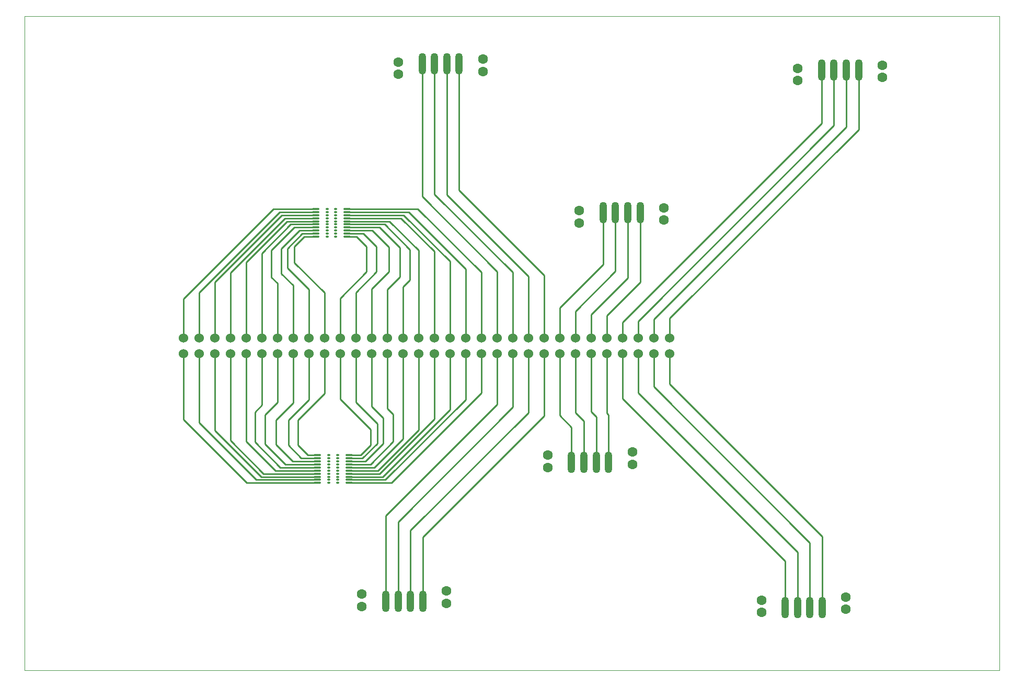
<source format=gbr>
G04 #@! TF.GenerationSoftware,KiCad,Pcbnew,(5.1.2)-2*
G04 #@! TF.CreationDate,2019-09-18T13:02:42-07:00*
G04 #@! TF.ProjectId,Cable Tester Board,4361626c-6520-4546-9573-74657220426f,rev?*
G04 #@! TF.SameCoordinates,Original*
G04 #@! TF.FileFunction,Copper,L1,Top*
G04 #@! TF.FilePolarity,Positive*
%FSLAX46Y46*%
G04 Gerber Fmt 4.6, Leading zero omitted, Abs format (unit mm)*
G04 Created by KiCad (PCBNEW (5.1.2)-2) date 2019-09-18 13:02:42*
%MOMM*%
%LPD*%
G04 APERTURE LIST*
%ADD10C,0.050000*%
%ADD11O,1.200000X0.300000*%
%ADD12O,0.600000X0.300000*%
%ADD13O,1.250000X3.500000*%
%ADD14C,1.600000*%
%ADD15C,1.524000*%
%ADD16C,0.250000*%
G04 APERTURE END LIST*
D10*
X27100000Y-29500000D02*
X27100000Y-135500000D01*
X27100000Y-135500000D02*
X185000000Y-135500000D01*
X185000000Y-29500000D02*
X185000000Y-135500000D01*
X27100000Y-29500000D02*
X185000000Y-29500000D01*
D11*
X79650000Y-105100000D03*
X79650000Y-104600000D03*
X79650000Y-104100000D03*
X79650000Y-103600000D03*
X79650000Y-103100000D03*
X79650000Y-102600000D03*
X79650000Y-102100000D03*
X79650000Y-101600000D03*
X79650000Y-101100000D03*
X79650000Y-100600000D03*
X74550000Y-105100000D03*
X74550000Y-104600000D03*
X74550000Y-104100000D03*
X74550000Y-103600000D03*
X74550000Y-103100000D03*
X74550000Y-102600000D03*
X74550000Y-102100000D03*
X74550000Y-101600000D03*
X74550000Y-101100000D03*
D12*
X77800000Y-100600000D03*
X77800000Y-101100000D03*
X77800000Y-101600000D03*
X77800000Y-102100000D03*
X77800000Y-102600000D03*
X77800000Y-103100000D03*
X77800000Y-103600000D03*
X77800000Y-104100000D03*
X77800000Y-104600000D03*
X77800000Y-105100000D03*
X76400000Y-100600000D03*
X76400000Y-101100000D03*
X76400000Y-101600000D03*
X76400000Y-102100000D03*
X76400000Y-102600000D03*
X76400000Y-103100000D03*
X76400000Y-103600000D03*
X76400000Y-104100000D03*
X76400000Y-104600000D03*
X76400000Y-105100000D03*
D11*
X74550000Y-100600000D03*
X79350000Y-65200000D03*
X79350000Y-64700000D03*
X79350000Y-64200000D03*
X79350000Y-63700000D03*
X79350000Y-63200000D03*
X79350000Y-62700000D03*
X79350000Y-62200000D03*
X79350000Y-61700000D03*
X79350000Y-61200000D03*
X79350000Y-60700000D03*
X74250000Y-65200000D03*
X74250000Y-64700000D03*
X74250000Y-64200000D03*
X74250000Y-63700000D03*
X74250000Y-63200000D03*
X74250000Y-62700000D03*
X74250000Y-62200000D03*
X74250000Y-61700000D03*
X74250000Y-61200000D03*
D12*
X77500000Y-60700000D03*
X77500000Y-61200000D03*
X77500000Y-61700000D03*
X77500000Y-62200000D03*
X77500000Y-62700000D03*
X77500000Y-63200000D03*
X77500000Y-63700000D03*
X77500000Y-64200000D03*
X77500000Y-64700000D03*
X77500000Y-65200000D03*
X76100000Y-60700000D03*
X76100000Y-61200000D03*
X76100000Y-61700000D03*
X76100000Y-62200000D03*
X76100000Y-62700000D03*
X76100000Y-63200000D03*
X76100000Y-63700000D03*
X76100000Y-64200000D03*
X76100000Y-64700000D03*
X76100000Y-65200000D03*
D11*
X74250000Y-60700000D03*
D13*
X91600000Y-124300000D03*
X89600000Y-124300000D03*
X87600000Y-124300000D03*
X85600000Y-124300000D03*
D14*
X95450000Y-122600000D03*
X95450000Y-124600000D03*
X81750000Y-123100000D03*
X81750000Y-125100000D03*
X111850000Y-102600000D03*
X111850000Y-100600000D03*
X125550000Y-102100000D03*
X125550000Y-100100000D03*
D13*
X115700000Y-101800000D03*
X117700000Y-101800000D03*
X119700000Y-101800000D03*
X121700000Y-101800000D03*
X156300000Y-125300000D03*
X154300000Y-125300000D03*
X152300000Y-125300000D03*
X150300000Y-125300000D03*
D14*
X160150000Y-123600000D03*
X160150000Y-125600000D03*
X146450000Y-124100000D03*
X146450000Y-126100000D03*
X166050000Y-37400000D03*
X166050000Y-39400000D03*
X152350000Y-37900000D03*
X152350000Y-39900000D03*
D13*
X162200000Y-38200000D03*
X160200000Y-38200000D03*
X158200000Y-38200000D03*
X156200000Y-38200000D03*
X120800000Y-61300000D03*
X122800000Y-61300000D03*
X124800000Y-61300000D03*
X126800000Y-61300000D03*
D14*
X116950000Y-63000000D03*
X116950000Y-61000000D03*
X130650000Y-62500000D03*
X130650000Y-60500000D03*
X101350000Y-36400000D03*
X101350000Y-38400000D03*
X87650000Y-36900000D03*
X87650000Y-38900000D03*
D13*
X97500000Y-37200000D03*
X95500000Y-37200000D03*
X93500000Y-37200000D03*
X91500000Y-37200000D03*
D15*
X52830000Y-81630000D03*
X55370000Y-81630000D03*
X57910000Y-81630000D03*
X60450000Y-81630000D03*
X62990000Y-81630000D03*
X65530000Y-81630000D03*
X68070000Y-81630000D03*
X70610000Y-81630000D03*
X73150000Y-81630000D03*
X75690000Y-81630000D03*
X78230000Y-81630000D03*
X80770000Y-81630000D03*
X83310000Y-81630000D03*
X85850000Y-81630000D03*
X88390000Y-81630000D03*
X90930000Y-81630000D03*
X93470000Y-81630000D03*
X96010000Y-81630000D03*
X98550000Y-81630000D03*
X101090000Y-81630000D03*
X103630000Y-81630000D03*
X106170000Y-81630000D03*
X108710000Y-81630000D03*
X111250000Y-81630000D03*
X113790000Y-81630000D03*
X116330000Y-81630000D03*
X118870000Y-81630000D03*
X121410000Y-81630000D03*
X123950000Y-81630000D03*
X126490000Y-81630000D03*
X129030000Y-81630000D03*
X131570000Y-81630000D03*
X52830000Y-84170000D03*
X55370000Y-84170000D03*
X57910000Y-84170000D03*
X60450000Y-84170000D03*
X62990000Y-84170000D03*
X65530000Y-84170000D03*
X68070000Y-84170000D03*
X70610000Y-84170000D03*
X73150000Y-84170000D03*
X75690000Y-84170000D03*
X78230000Y-84170000D03*
X80770000Y-84170000D03*
X83310000Y-84170000D03*
X85850000Y-84170000D03*
X88390000Y-84170000D03*
X90930000Y-84170000D03*
X93470000Y-84170000D03*
X96010000Y-84170000D03*
X98550000Y-84170000D03*
X101090000Y-84170000D03*
X103630000Y-84170000D03*
X106170000Y-84170000D03*
X108710000Y-84170000D03*
X111250000Y-84170000D03*
X113790000Y-84170000D03*
X116330000Y-84170000D03*
X118870000Y-84170000D03*
X121410000Y-84170000D03*
X123950000Y-84170000D03*
X126490000Y-84170000D03*
X129030000Y-84170000D03*
X131570000Y-84170000D03*
D16*
X75690000Y-81630000D02*
X75690000Y-74290000D01*
X75690000Y-74290000D02*
X70800000Y-69400000D01*
X70800000Y-69400000D02*
X70800000Y-66800000D01*
X70800000Y-66800000D02*
X72400000Y-65200000D01*
X73150000Y-81630000D02*
X73150000Y-73750000D01*
X73150000Y-73750000D02*
X69700000Y-70300000D01*
X69700000Y-70300000D02*
X69700000Y-67100000D01*
X69700000Y-67100000D02*
X72100000Y-64700000D01*
X70610000Y-81630000D02*
X70610000Y-73110000D01*
X70610000Y-73110000D02*
X68700000Y-71200000D01*
X68700000Y-71200000D02*
X68700000Y-67100000D01*
X68700000Y-67100000D02*
X71600000Y-64200000D01*
X68070000Y-81630000D02*
X68070000Y-72770000D01*
X68070000Y-72770000D02*
X67100000Y-71800000D01*
X67100000Y-71800000D02*
X67100000Y-67400000D01*
X67100000Y-67400000D02*
X70800000Y-63700000D01*
X65530000Y-81630000D02*
X65530000Y-67870000D01*
X65530000Y-67870000D02*
X70200000Y-63200000D01*
X62990000Y-81630000D02*
X62990000Y-69310000D01*
X62990000Y-69310000D02*
X69600000Y-62700000D01*
X60450000Y-81630000D02*
X60450000Y-71050000D01*
X60450000Y-71050000D02*
X69300000Y-62200000D01*
X57910000Y-81630000D02*
X57910000Y-72590000D01*
X57910000Y-72590000D02*
X68800000Y-61700000D01*
X55370000Y-81630000D02*
X55370000Y-74230000D01*
X55370000Y-74230000D02*
X68400000Y-61200000D01*
X52830000Y-81630000D02*
X52830000Y-75270000D01*
X52830000Y-75270000D02*
X67400000Y-60700000D01*
X78230000Y-81630000D02*
X78230000Y-75170000D01*
X78230000Y-75170000D02*
X82500000Y-70900000D01*
X82500000Y-70900000D02*
X82500000Y-66800000D01*
X82500000Y-66800000D02*
X80900000Y-65200000D01*
X80770000Y-81630000D02*
X80770000Y-74230000D01*
X80770000Y-74230000D02*
X84100000Y-70900000D01*
X84100000Y-70900000D02*
X84100000Y-66800000D01*
X84100000Y-66800000D02*
X82000000Y-64700000D01*
X83310000Y-81630000D02*
X83310000Y-73690000D01*
X83310000Y-73690000D02*
X86100000Y-70900000D01*
X86100000Y-70900000D02*
X86100000Y-66900000D01*
X86100000Y-66900000D02*
X83400000Y-64200000D01*
X85850000Y-81630000D02*
X85850000Y-73750000D01*
X85850000Y-73750000D02*
X87900000Y-71700000D01*
X87900000Y-71700000D02*
X87900000Y-67000000D01*
X87900000Y-67000000D02*
X84600000Y-63700000D01*
X88390000Y-81630000D02*
X88390000Y-73310000D01*
X88390000Y-73310000D02*
X89500000Y-72200000D01*
X89500000Y-72200000D02*
X89500000Y-67300000D01*
X89500000Y-67300000D02*
X85400000Y-63200000D01*
X90930000Y-81630000D02*
X90930000Y-67430000D01*
X90930000Y-67430000D02*
X86200000Y-62700000D01*
X93470000Y-81630000D02*
X93470000Y-67570000D01*
X93470000Y-67570000D02*
X88100000Y-62200000D01*
X96010000Y-81630000D02*
X96010000Y-69210000D01*
X96010000Y-69210000D02*
X88500000Y-61700000D01*
X98550000Y-81630000D02*
X98550000Y-70450000D01*
X98550000Y-70450000D02*
X89300000Y-61200000D01*
X101090000Y-81630000D02*
X101090000Y-70990000D01*
X101090000Y-70990000D02*
X90800000Y-60700000D01*
X78230000Y-91510000D02*
X83120000Y-96400000D01*
X83120000Y-96400000D02*
X83120000Y-99000000D01*
X80770000Y-84170000D02*
X80770000Y-92050000D01*
X78230000Y-84170000D02*
X78230000Y-91510000D01*
X83120000Y-99000000D02*
X81520000Y-100600000D01*
X80770000Y-92050000D02*
X84220000Y-95500000D01*
X84220000Y-95500000D02*
X84220000Y-98700000D01*
X83310000Y-92690000D02*
X85220000Y-94600000D01*
X90930000Y-96490000D02*
X84320000Y-103100000D01*
X101090000Y-90530000D02*
X86520000Y-105100000D01*
X93470000Y-84170000D02*
X93470000Y-94750000D01*
X83310000Y-84170000D02*
X83310000Y-92690000D01*
X86820000Y-98400000D02*
X83120000Y-102100000D01*
X90930000Y-84170000D02*
X90930000Y-96490000D01*
X93470000Y-94750000D02*
X84620000Y-103600000D01*
X88390000Y-84170000D02*
X88390000Y-97930000D01*
X98550000Y-91570000D02*
X85520000Y-104600000D01*
X75690000Y-84170000D02*
X75690000Y-90630000D01*
X86820000Y-94000000D02*
X86820000Y-98400000D01*
X75690000Y-90630000D02*
X71420000Y-94900000D01*
X71420000Y-94900000D02*
X71420000Y-99000000D01*
X84220000Y-98700000D02*
X81820000Y-101100000D01*
X85220000Y-98700000D02*
X82320000Y-101600000D01*
X85220000Y-94600000D02*
X85220000Y-98700000D01*
X85850000Y-84170000D02*
X85850000Y-93030000D01*
X85850000Y-93030000D02*
X86820000Y-94000000D01*
X98550000Y-84170000D02*
X98550000Y-91570000D01*
X101090000Y-84170000D02*
X101090000Y-90530000D01*
X71420000Y-99000000D02*
X73020000Y-100600000D01*
X96010000Y-84170000D02*
X96010000Y-93210000D01*
X73150000Y-84170000D02*
X73150000Y-91570000D01*
X88390000Y-97930000D02*
X83720000Y-102600000D01*
X96010000Y-93210000D02*
X85120000Y-104100000D01*
X60450000Y-98230000D02*
X65820000Y-103600000D01*
X73150000Y-91570000D02*
X69820000Y-94900000D01*
X60450000Y-84170000D02*
X60450000Y-98230000D01*
X57910000Y-84170000D02*
X57910000Y-96590000D01*
X70610000Y-84170000D02*
X70610000Y-92110000D01*
X68070000Y-84170000D02*
X68070000Y-92050000D01*
X69820000Y-94900000D02*
X69820000Y-99000000D01*
X65530000Y-84170000D02*
X65530000Y-92490000D01*
X64420000Y-93600000D02*
X64420000Y-98500000D01*
X62990000Y-98370000D02*
X67720000Y-103100000D01*
X62990000Y-84170000D02*
X62990000Y-98370000D01*
X52830000Y-84170000D02*
X52830000Y-94810000D01*
X57910000Y-96590000D02*
X65420000Y-104100000D01*
X70610000Y-92110000D02*
X67820000Y-94900000D01*
X66020000Y-94100000D02*
X66020000Y-98800000D01*
X65530000Y-92490000D02*
X64420000Y-93600000D01*
X55370000Y-84170000D02*
X55370000Y-95350000D01*
X66020000Y-98800000D02*
X69320000Y-102100000D01*
X64420000Y-98500000D02*
X68520000Y-102600000D01*
X67820000Y-98900000D02*
X70520000Y-101600000D01*
X55370000Y-95350000D02*
X64620000Y-104600000D01*
X67820000Y-94900000D02*
X67820000Y-98900000D01*
X68070000Y-92050000D02*
X66020000Y-94100000D01*
X69820000Y-99000000D02*
X71920000Y-101100000D01*
X52830000Y-94810000D02*
X63120000Y-105100000D01*
X91500000Y-37200000D02*
X91500000Y-58700000D01*
X103630000Y-70830000D02*
X103630000Y-81630000D01*
X91500000Y-58700000D02*
X103630000Y-70830000D01*
X93500000Y-37200000D02*
X93500000Y-58300000D01*
X106170000Y-70970000D02*
X106170000Y-81630000D01*
X93500000Y-58300000D02*
X106170000Y-70970000D01*
X95500000Y-58000000D02*
X95500000Y-58200000D01*
X95500000Y-37200000D02*
X95500000Y-58000000D01*
X108710000Y-71610000D02*
X108710000Y-81630000D01*
X95500000Y-58000000D02*
X95500000Y-58400000D01*
X95500000Y-58400000D02*
X108710000Y-71610000D01*
X97500000Y-37200000D02*
X97500000Y-57700000D01*
X111250000Y-71450000D02*
X111250000Y-80350000D01*
X97500000Y-57700000D02*
X111250000Y-71450000D01*
X111250000Y-80350000D02*
X111250000Y-81630000D01*
X113790000Y-76710000D02*
X113790000Y-81630000D01*
X120800000Y-61300000D02*
X120800000Y-69700000D01*
X120800000Y-69700000D02*
X113790000Y-76710000D01*
X122800000Y-61300000D02*
X122800000Y-70800000D01*
X116330000Y-77270000D02*
X116330000Y-81630000D01*
X122800000Y-70800000D02*
X116330000Y-77270000D01*
X124800000Y-61300000D02*
X124800000Y-71900000D01*
X118870000Y-77830000D02*
X118870000Y-81630000D01*
X124800000Y-71900000D02*
X118870000Y-77830000D01*
X121410000Y-77990000D02*
X121410000Y-81630000D01*
X126800000Y-61300000D02*
X126800000Y-72600000D01*
X126800000Y-72600000D02*
X121410000Y-77990000D01*
X162200000Y-38200000D02*
X162200000Y-47800000D01*
X131570000Y-78430000D02*
X131570000Y-81630000D01*
X162200000Y-47800000D02*
X131570000Y-78430000D01*
X160200000Y-38200000D02*
X160200000Y-47400000D01*
X129030000Y-78570000D02*
X129030000Y-81630000D01*
X160200000Y-47400000D02*
X129030000Y-78570000D01*
X126490000Y-78910000D02*
X126490000Y-81630000D01*
X158200000Y-38200000D02*
X158200000Y-47200000D01*
X158200000Y-47200000D02*
X126490000Y-78910000D01*
X156200000Y-46840000D02*
X123940000Y-79100000D01*
X156200000Y-38200000D02*
X156200000Y-46840000D01*
X123950000Y-79110000D02*
X123950000Y-81630000D01*
X123940000Y-79100000D02*
X123950000Y-79110000D01*
X72400000Y-65200000D02*
X74250000Y-65200000D01*
X72100000Y-64700000D02*
X74250000Y-64700000D01*
X71600000Y-64200000D02*
X74250000Y-64200000D01*
X70800000Y-63700000D02*
X74250000Y-63700000D01*
X70200000Y-63200000D02*
X74250000Y-63200000D01*
X69600000Y-62700000D02*
X74250000Y-62700000D01*
X69300000Y-62200000D02*
X74250000Y-62200000D01*
X68800000Y-61700000D02*
X74250000Y-61700000D01*
X68400000Y-61200000D02*
X74250000Y-61200000D01*
X67400000Y-60700000D02*
X74250000Y-60700000D01*
X90800000Y-60700000D02*
X79350000Y-60700000D01*
X89300000Y-61200000D02*
X79350000Y-61200000D01*
X86200000Y-62700000D02*
X79350000Y-62700000D01*
X88100000Y-62200000D02*
X79350000Y-62200000D01*
X88500000Y-61700000D02*
X79350000Y-61700000D01*
X85400000Y-63200000D02*
X79350000Y-63200000D01*
X84600000Y-63700000D02*
X79350000Y-63700000D01*
X83400000Y-64200000D02*
X79350000Y-64200000D01*
X82000000Y-64700000D02*
X79350000Y-64700000D01*
X80900000Y-65200000D02*
X79350000Y-65200000D01*
X73020000Y-100600000D02*
X74550000Y-100600000D01*
X71920000Y-101100000D02*
X74550000Y-101100000D01*
X70520000Y-101600000D02*
X74550000Y-101600000D01*
X69320000Y-102100000D02*
X74550000Y-102100000D01*
X68520000Y-102600000D02*
X74550000Y-102600000D01*
X67720000Y-103100000D02*
X74550000Y-103100000D01*
X65820000Y-103600000D02*
X74550000Y-103600000D01*
X65420000Y-104100000D02*
X74550000Y-104100000D01*
X64620000Y-104600000D02*
X74550000Y-104600000D01*
X63120000Y-105100000D02*
X74550000Y-105100000D01*
X79650000Y-100600000D02*
X81520000Y-100600000D01*
X81820000Y-101100000D02*
X79650000Y-101100000D01*
X82320000Y-101600000D02*
X79650000Y-101600000D01*
X83120000Y-102100000D02*
X79650000Y-102100000D01*
X83720000Y-102600000D02*
X79650000Y-102600000D01*
X84320000Y-103100000D02*
X79650000Y-103100000D01*
X84620000Y-103600000D02*
X79650000Y-103600000D01*
X85120000Y-104100000D02*
X79650000Y-104100000D01*
X85520000Y-104600000D02*
X79650000Y-104600000D01*
X86520000Y-105100000D02*
X79650000Y-105100000D01*
X103630000Y-84170000D02*
X103630000Y-92370000D01*
X85600000Y-110400000D02*
X85600000Y-124300000D01*
X103630000Y-92370000D02*
X85600000Y-110400000D01*
X87600000Y-111400000D02*
X87600000Y-124300000D01*
X106170000Y-84170000D02*
X106170000Y-92830000D01*
X106170000Y-92830000D02*
X87600000Y-111400000D01*
X108710000Y-84170000D02*
X108710000Y-93690000D01*
X89600000Y-112800000D02*
X89600000Y-124300000D01*
X108710000Y-93690000D02*
X89600000Y-112800000D01*
X111250000Y-84170000D02*
X111250000Y-94250000D01*
X91600000Y-113900000D02*
X91600000Y-124300000D01*
X111250000Y-94250000D02*
X91600000Y-113900000D01*
X113790000Y-84170000D02*
X113790000Y-94190000D01*
X115700000Y-96100000D02*
X115700000Y-101800000D01*
X113790000Y-94190000D02*
X115700000Y-96100000D01*
X116330000Y-84170000D02*
X116330000Y-93730000D01*
X117700000Y-95100000D02*
X117700000Y-101800000D01*
X116330000Y-93730000D02*
X117700000Y-95100000D01*
X118870000Y-84170000D02*
X118870000Y-93570000D01*
X119700000Y-94400000D02*
X119700000Y-101800000D01*
X118870000Y-93570000D02*
X119700000Y-94400000D01*
X121410000Y-84170000D02*
X121410000Y-93810000D01*
X121700000Y-94100000D02*
X121700000Y-101800000D01*
X121410000Y-93810000D02*
X121700000Y-94100000D01*
X131570000Y-84170000D02*
X131570000Y-89070000D01*
X156300000Y-113800000D02*
X156300000Y-125300000D01*
X131570000Y-89070000D02*
X156300000Y-113800000D01*
X129030000Y-84170000D02*
X129030000Y-89530000D01*
X154300000Y-114800000D02*
X154300000Y-125300000D01*
X129030000Y-89530000D02*
X154300000Y-114800000D01*
X126490000Y-84170000D02*
X126490000Y-90490000D01*
X152300000Y-116300000D02*
X152300000Y-125300000D01*
X126490000Y-90490000D02*
X152300000Y-116300000D01*
X123950000Y-84170000D02*
X123950000Y-91450000D01*
X150300000Y-117800000D02*
X150300000Y-125300000D01*
X123950000Y-91450000D02*
X150300000Y-117800000D01*
M02*

</source>
